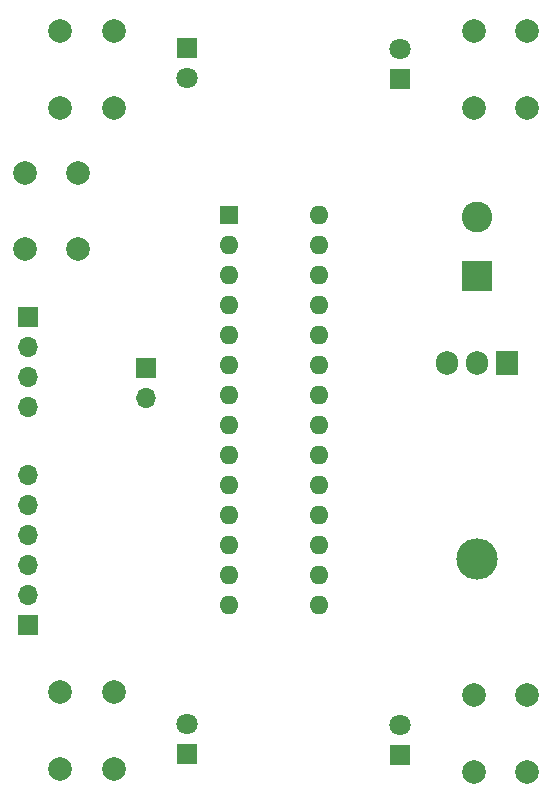
<source format=gbs>
G04 #@! TF.GenerationSoftware,KiCad,Pcbnew,8.0.0*
G04 #@! TF.CreationDate,2024-04-02T15:54:02-06:00*
G04 #@! TF.ProjectId,SimonSaysPCBDesign,53696d6f-6e53-4617-9973-504342446573,1.0*
G04 #@! TF.SameCoordinates,Original*
G04 #@! TF.FileFunction,Soldermask,Bot*
G04 #@! TF.FilePolarity,Negative*
%FSLAX46Y46*%
G04 Gerber Fmt 4.6, Leading zero omitted, Abs format (unit mm)*
G04 Created by KiCad (PCBNEW 8.0.0) date 2024-04-02 15:54:02*
%MOMM*%
%LPD*%
G01*
G04 APERTURE LIST*
%ADD10R,1.600000X1.600000*%
%ADD11O,1.600000X1.600000*%
%ADD12R,2.600000X2.600000*%
%ADD13C,2.600000*%
%ADD14C,2.000000*%
%ADD15R,1.800000X1.800000*%
%ADD16C,1.800000*%
%ADD17R,1.700000X1.700000*%
%ADD18O,1.700000X1.700000*%
%ADD19O,3.500000X3.500000*%
%ADD20R,1.905000X2.000000*%
%ADD21O,1.905000X2.000000*%
G04 APERTURE END LIST*
D10*
X128000000Y-83300000D03*
D11*
X128000000Y-85840000D03*
X128000000Y-88380000D03*
X128000000Y-90920000D03*
X128000000Y-93460000D03*
X128000000Y-96000000D03*
X128000000Y-98540000D03*
X128000000Y-101080000D03*
X128000000Y-103620000D03*
X128000000Y-106160000D03*
X128000000Y-108700000D03*
X128000000Y-111240000D03*
X128000000Y-113780000D03*
X128000000Y-116320000D03*
X135620000Y-116320000D03*
X135620000Y-113780000D03*
X135620000Y-111240000D03*
X135620000Y-108700000D03*
X135620000Y-106160000D03*
X135620000Y-103620000D03*
X135620000Y-101080000D03*
X135620000Y-98540000D03*
X135620000Y-96000000D03*
X135620000Y-93460000D03*
X135620000Y-90920000D03*
X135620000Y-88380000D03*
X135620000Y-85840000D03*
X135620000Y-83300000D03*
D12*
X149000000Y-88500000D03*
D13*
X149000000Y-83500000D03*
D14*
X113750000Y-74250000D03*
X113750000Y-67750000D03*
X118250000Y-74250000D03*
X118250000Y-67750000D03*
D15*
X142500000Y-129040000D03*
D16*
X142500000Y-126500000D03*
D17*
X111000000Y-118080000D03*
D18*
X111000000Y-115540000D03*
X111000000Y-113000000D03*
X111000000Y-110460000D03*
X111000000Y-107920000D03*
X111000000Y-105380000D03*
D15*
X124500000Y-69210000D03*
D16*
X124500000Y-71750000D03*
D17*
X111000000Y-91960000D03*
D18*
X111000000Y-94500000D03*
X111000000Y-97040000D03*
X111000000Y-99580000D03*
D15*
X124500000Y-129000000D03*
D16*
X124500000Y-126460000D03*
D19*
X149000000Y-112500000D03*
D20*
X151540000Y-95840000D03*
D21*
X149000000Y-95840000D03*
X146460000Y-95840000D03*
D14*
X148750000Y-74250000D03*
X148750000Y-67750000D03*
X153250000Y-74250000D03*
X153250000Y-67750000D03*
X110750000Y-86250000D03*
X110750000Y-79750000D03*
X115250000Y-86250000D03*
X115250000Y-79750000D03*
D15*
X142500000Y-71790000D03*
D16*
X142500000Y-69250000D03*
D14*
X148750000Y-130500000D03*
X148750000Y-124000000D03*
X153250000Y-130500000D03*
X153250000Y-124000000D03*
D18*
X121000000Y-98790000D03*
D17*
X121000000Y-96250000D03*
D14*
X118250000Y-123750000D03*
X118250000Y-130250000D03*
X113750000Y-123750000D03*
X113750000Y-130250000D03*
M02*

</source>
